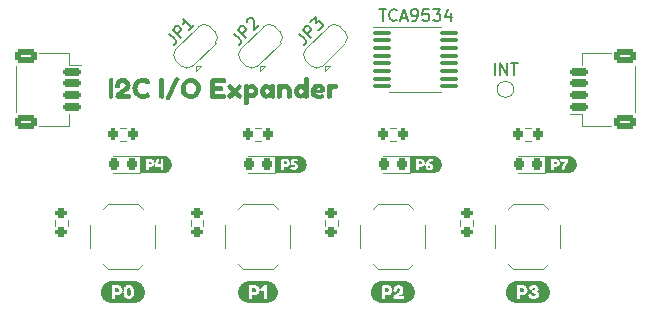
<source format=gto>
%TF.GenerationSoftware,KiCad,Pcbnew,7.0.7*%
%TF.CreationDate,2023-10-15T17:36:15+02:00*%
%TF.ProjectId,io_expander,696f5f65-7870-4616-9e64-65722e6b6963,1.1*%
%TF.SameCoordinates,PX3c8eee0PY3c8eee0*%
%TF.FileFunction,Legend,Top*%
%TF.FilePolarity,Positive*%
%FSLAX46Y46*%
G04 Gerber Fmt 4.6, Leading zero omitted, Abs format (unit mm)*
G04 Created by KiCad (PCBNEW 7.0.7) date 2023-10-15 17:36:15*
%MOMM*%
%LPD*%
G01*
G04 APERTURE LIST*
G04 Aperture macros list*
%AMRoundRect*
0 Rectangle with rounded corners*
0 $1 Rounding radius*
0 $2 $3 $4 $5 $6 $7 $8 $9 X,Y pos of 4 corners*
0 Add a 4 corners polygon primitive as box body*
4,1,4,$2,$3,$4,$5,$6,$7,$8,$9,$2,$3,0*
0 Add four circle primitives for the rounded corners*
1,1,$1+$1,$2,$3*
1,1,$1+$1,$4,$5*
1,1,$1+$1,$6,$7*
1,1,$1+$1,$8,$9*
0 Add four rect primitives between the rounded corners*
20,1,$1+$1,$2,$3,$4,$5,0*
20,1,$1+$1,$4,$5,$6,$7,0*
20,1,$1+$1,$6,$7,$8,$9,0*
20,1,$1+$1,$8,$9,$2,$3,0*%
%AMRotRect*
0 Rectangle, with rotation*
0 The origin of the aperture is its center*
0 $1 length*
0 $2 width*
0 $3 Rotation angle, in degrees counterclockwise*
0 Add horizontal line*
21,1,$1,$2,0,0,$3*%
%AMFreePoly0*
4,1,19,0.550000,-0.750000,0.000000,-0.750000,0.000000,-0.744912,-0.071157,-0.744911,-0.207708,-0.704816,-0.327430,-0.627875,-0.420627,-0.520320,-0.479746,-0.390866,-0.500000,-0.250000,-0.500000,0.250000,-0.479746,0.390866,-0.420627,0.520320,-0.327430,0.627875,-0.207708,0.704816,-0.071157,0.744911,0.000000,0.744912,0.000000,0.750000,0.550000,0.750000,0.550000,-0.750000,0.550000,-0.750000,
$1*%
%AMFreePoly1*
4,1,19,0.000000,0.744912,0.071157,0.744911,0.207708,0.704816,0.327430,0.627875,0.420627,0.520320,0.479746,0.390866,0.500000,0.250000,0.500000,-0.250000,0.479746,-0.390866,0.420627,-0.520320,0.327430,-0.627875,0.207708,-0.704816,0.071157,-0.744911,0.000000,-0.744912,0.000000,-0.750000,-0.550000,-0.750000,-0.550000,0.750000,0.000000,0.750000,0.000000,0.744912,0.000000,0.744912,
$1*%
G04 Aperture macros list end*
%ADD10C,0.150000*%
%ADD11C,0.120000*%
%ADD12RoundRect,0.200000X0.200000X0.275000X-0.200000X0.275000X-0.200000X-0.275000X0.200000X-0.275000X0*%
%ADD13FreePoly0,45.000000*%
%ADD14RotRect,1.000000X1.500000X45.000000*%
%ADD15FreePoly1,45.000000*%
%ADD16R,1.700000X1.000000*%
%ADD17RoundRect,0.150000X-0.625000X0.150000X-0.625000X-0.150000X0.625000X-0.150000X0.625000X0.150000X0*%
%ADD18RoundRect,0.250000X-0.650000X0.350000X-0.650000X-0.350000X0.650000X-0.350000X0.650000X0.350000X0*%
%ADD19RoundRect,0.200000X-0.275000X0.200000X-0.275000X-0.200000X0.275000X-0.200000X0.275000X0.200000X0*%
%ADD20RoundRect,0.218750X0.218750X0.256250X-0.218750X0.256250X-0.218750X-0.256250X0.218750X-0.256250X0*%
%ADD21C,1.000000*%
%ADD22C,0.700000*%
%ADD23C,4.400000*%
%ADD24RoundRect,0.100000X-0.637500X-0.100000X0.637500X-0.100000X0.637500X0.100000X-0.637500X0.100000X0*%
%ADD25RoundRect,0.150000X0.625000X-0.150000X0.625000X0.150000X-0.625000X0.150000X-0.625000X-0.150000X0*%
%ADD26RoundRect,0.250000X0.650000X-0.350000X0.650000X0.350000X-0.650000X0.350000X-0.650000X-0.350000X0*%
G04 APERTURE END LIST*
D10*
X13739951Y-5430962D02*
X14245027Y-5936038D01*
X14245027Y-5936038D02*
X14312370Y-6070725D01*
X14312370Y-6070725D02*
X14312370Y-6205412D01*
X14312370Y-6205412D02*
X14245027Y-6340099D01*
X14245027Y-6340099D02*
X14177683Y-6407443D01*
X14783775Y-5801351D02*
X14076668Y-5094244D01*
X14076668Y-5094244D02*
X14346042Y-4824870D01*
X14346042Y-4824870D02*
X14447058Y-4791199D01*
X14447058Y-4791199D02*
X14514401Y-4791199D01*
X14514401Y-4791199D02*
X14615416Y-4824870D01*
X14615416Y-4824870D02*
X14716432Y-4925886D01*
X14716432Y-4925886D02*
X14750103Y-5026901D01*
X14750103Y-5026901D02*
X14750103Y-5094244D01*
X14750103Y-5094244D02*
X14716432Y-5195260D01*
X14716432Y-5195260D02*
X14447058Y-5464634D01*
X15861271Y-4723855D02*
X15457210Y-5127916D01*
X15659241Y-4925886D02*
X14952134Y-4218779D01*
X14952134Y-4218779D02*
X14985806Y-4387138D01*
X14985806Y-4387138D02*
X14985806Y-4521825D01*
X14985806Y-4521825D02*
X14952134Y-4622840D01*
X24739951Y-5430962D02*
X25245027Y-5936038D01*
X25245027Y-5936038D02*
X25312370Y-6070725D01*
X25312370Y-6070725D02*
X25312370Y-6205412D01*
X25312370Y-6205412D02*
X25245027Y-6340099D01*
X25245027Y-6340099D02*
X25177683Y-6407443D01*
X25783775Y-5801351D02*
X25076668Y-5094244D01*
X25076668Y-5094244D02*
X25346042Y-4824870D01*
X25346042Y-4824870D02*
X25447058Y-4791199D01*
X25447058Y-4791199D02*
X25514401Y-4791199D01*
X25514401Y-4791199D02*
X25615416Y-4824870D01*
X25615416Y-4824870D02*
X25716432Y-4925886D01*
X25716432Y-4925886D02*
X25750103Y-5026901D01*
X25750103Y-5026901D02*
X25750103Y-5094244D01*
X25750103Y-5094244D02*
X25716432Y-5195260D01*
X25716432Y-5195260D02*
X25447058Y-5464634D01*
X25716432Y-4454481D02*
X26154164Y-4016748D01*
X26154164Y-4016748D02*
X26187836Y-4521825D01*
X26187836Y-4521825D02*
X26288851Y-4420809D01*
X26288851Y-4420809D02*
X26389867Y-4387138D01*
X26389867Y-4387138D02*
X26457210Y-4387138D01*
X26457210Y-4387138D02*
X26558225Y-4420809D01*
X26558225Y-4420809D02*
X26726584Y-4589168D01*
X26726584Y-4589168D02*
X26760256Y-4690183D01*
X26760256Y-4690183D02*
X26760256Y-4757527D01*
X26760256Y-4757527D02*
X26726584Y-4858542D01*
X26726584Y-4858542D02*
X26524554Y-5060573D01*
X26524554Y-5060573D02*
X26423538Y-5094244D01*
X26423538Y-5094244D02*
X26356195Y-5094244D01*
X19239951Y-5430962D02*
X19745027Y-5936038D01*
X19745027Y-5936038D02*
X19812370Y-6070725D01*
X19812370Y-6070725D02*
X19812370Y-6205412D01*
X19812370Y-6205412D02*
X19745027Y-6340099D01*
X19745027Y-6340099D02*
X19677683Y-6407443D01*
X20283775Y-5801351D02*
X19576668Y-5094244D01*
X19576668Y-5094244D02*
X19846042Y-4824870D01*
X19846042Y-4824870D02*
X19947058Y-4791199D01*
X19947058Y-4791199D02*
X20014401Y-4791199D01*
X20014401Y-4791199D02*
X20115416Y-4824870D01*
X20115416Y-4824870D02*
X20216432Y-4925886D01*
X20216432Y-4925886D02*
X20250103Y-5026901D01*
X20250103Y-5026901D02*
X20250103Y-5094244D01*
X20250103Y-5094244D02*
X20216432Y-5195260D01*
X20216432Y-5195260D02*
X19947058Y-5464634D01*
X20317447Y-4488153D02*
X20317447Y-4420809D01*
X20317447Y-4420809D02*
X20351119Y-4319794D01*
X20351119Y-4319794D02*
X20519477Y-4151435D01*
X20519477Y-4151435D02*
X20620493Y-4117764D01*
X20620493Y-4117764D02*
X20687836Y-4117764D01*
X20687836Y-4117764D02*
X20788851Y-4151435D01*
X20788851Y-4151435D02*
X20856195Y-4218779D01*
X20856195Y-4218779D02*
X20923538Y-4353466D01*
X20923538Y-4353466D02*
X20923538Y-5161588D01*
X20923538Y-5161588D02*
X21361271Y-4723855D01*
X41322738Y-8963819D02*
X41322738Y-7963819D01*
X41798928Y-8963819D02*
X41798928Y-7963819D01*
X41798928Y-7963819D02*
X42370356Y-8963819D01*
X42370356Y-8963819D02*
X42370356Y-7963819D01*
X42703690Y-7963819D02*
X43275118Y-7963819D01*
X42989404Y-8963819D02*
X42989404Y-7963819D01*
X31539252Y-3366419D02*
X32110680Y-3366419D01*
X31824966Y-4366419D02*
X31824966Y-3366419D01*
X33015442Y-4271180D02*
X32967823Y-4318800D01*
X32967823Y-4318800D02*
X32824966Y-4366419D01*
X32824966Y-4366419D02*
X32729728Y-4366419D01*
X32729728Y-4366419D02*
X32586871Y-4318800D01*
X32586871Y-4318800D02*
X32491633Y-4223561D01*
X32491633Y-4223561D02*
X32444014Y-4128323D01*
X32444014Y-4128323D02*
X32396395Y-3937847D01*
X32396395Y-3937847D02*
X32396395Y-3794990D01*
X32396395Y-3794990D02*
X32444014Y-3604514D01*
X32444014Y-3604514D02*
X32491633Y-3509276D01*
X32491633Y-3509276D02*
X32586871Y-3414038D01*
X32586871Y-3414038D02*
X32729728Y-3366419D01*
X32729728Y-3366419D02*
X32824966Y-3366419D01*
X32824966Y-3366419D02*
X32967823Y-3414038D01*
X32967823Y-3414038D02*
X33015442Y-3461657D01*
X33396395Y-4080704D02*
X33872585Y-4080704D01*
X33301157Y-4366419D02*
X33634490Y-3366419D01*
X33634490Y-3366419D02*
X33967823Y-4366419D01*
X34348776Y-4366419D02*
X34539252Y-4366419D01*
X34539252Y-4366419D02*
X34634490Y-4318800D01*
X34634490Y-4318800D02*
X34682109Y-4271180D01*
X34682109Y-4271180D02*
X34777347Y-4128323D01*
X34777347Y-4128323D02*
X34824966Y-3937847D01*
X34824966Y-3937847D02*
X34824966Y-3556895D01*
X34824966Y-3556895D02*
X34777347Y-3461657D01*
X34777347Y-3461657D02*
X34729728Y-3414038D01*
X34729728Y-3414038D02*
X34634490Y-3366419D01*
X34634490Y-3366419D02*
X34444014Y-3366419D01*
X34444014Y-3366419D02*
X34348776Y-3414038D01*
X34348776Y-3414038D02*
X34301157Y-3461657D01*
X34301157Y-3461657D02*
X34253538Y-3556895D01*
X34253538Y-3556895D02*
X34253538Y-3794990D01*
X34253538Y-3794990D02*
X34301157Y-3890228D01*
X34301157Y-3890228D02*
X34348776Y-3937847D01*
X34348776Y-3937847D02*
X34444014Y-3985466D01*
X34444014Y-3985466D02*
X34634490Y-3985466D01*
X34634490Y-3985466D02*
X34729728Y-3937847D01*
X34729728Y-3937847D02*
X34777347Y-3890228D01*
X34777347Y-3890228D02*
X34824966Y-3794990D01*
X35729728Y-3366419D02*
X35253538Y-3366419D01*
X35253538Y-3366419D02*
X35205919Y-3842609D01*
X35205919Y-3842609D02*
X35253538Y-3794990D01*
X35253538Y-3794990D02*
X35348776Y-3747371D01*
X35348776Y-3747371D02*
X35586871Y-3747371D01*
X35586871Y-3747371D02*
X35682109Y-3794990D01*
X35682109Y-3794990D02*
X35729728Y-3842609D01*
X35729728Y-3842609D02*
X35777347Y-3937847D01*
X35777347Y-3937847D02*
X35777347Y-4175942D01*
X35777347Y-4175942D02*
X35729728Y-4271180D01*
X35729728Y-4271180D02*
X35682109Y-4318800D01*
X35682109Y-4318800D02*
X35586871Y-4366419D01*
X35586871Y-4366419D02*
X35348776Y-4366419D01*
X35348776Y-4366419D02*
X35253538Y-4318800D01*
X35253538Y-4318800D02*
X35205919Y-4271180D01*
X36110681Y-3366419D02*
X36729728Y-3366419D01*
X36729728Y-3366419D02*
X36396395Y-3747371D01*
X36396395Y-3747371D02*
X36539252Y-3747371D01*
X36539252Y-3747371D02*
X36634490Y-3794990D01*
X36634490Y-3794990D02*
X36682109Y-3842609D01*
X36682109Y-3842609D02*
X36729728Y-3937847D01*
X36729728Y-3937847D02*
X36729728Y-4175942D01*
X36729728Y-4175942D02*
X36682109Y-4271180D01*
X36682109Y-4271180D02*
X36634490Y-4318800D01*
X36634490Y-4318800D02*
X36539252Y-4366419D01*
X36539252Y-4366419D02*
X36253538Y-4366419D01*
X36253538Y-4366419D02*
X36158300Y-4318800D01*
X36158300Y-4318800D02*
X36110681Y-4271180D01*
X37586871Y-3699752D02*
X37586871Y-4366419D01*
X37348776Y-3318800D02*
X37110681Y-4033085D01*
X37110681Y-4033085D02*
X37729728Y-4033085D01*
D11*
%TO.C,R2*%
X21509758Y-14492500D02*
X21035242Y-14492500D01*
X21509758Y-13447500D02*
X21035242Y-13447500D01*
%TO.C,JP1*%
X14750063Y-8161701D02*
X14325799Y-7737437D01*
X15987500Y-8621320D02*
X16411764Y-8197056D01*
X14290444Y-6782843D02*
X16270343Y-4802944D01*
X15987500Y-8197056D02*
X15987500Y-8621320D01*
X15987500Y-8197056D02*
X16411764Y-8197056D01*
X17684556Y-6217157D02*
X15704657Y-8197056D01*
X17224937Y-4838299D02*
X17649201Y-5262563D01*
X14325800Y-6747488D02*
G75*
G03*
X14325800Y-7737436I494972J-494974D01*
G01*
X14750064Y-8161700D02*
G75*
G03*
X15740012Y-8161700I494974J494972D01*
G01*
X17224937Y-4838299D02*
G75*
G03*
X16234987Y-4838299I-494975J-494975D01*
G01*
X17649201Y-6252513D02*
G75*
G03*
X17649201Y-5262563I-494975J494975D01*
G01*
%TO.C,kibuzzard-6495A798*%
G36*
X35127711Y-16289655D02*
G01*
X35164541Y-16374110D01*
X35127711Y-16457930D01*
X35052781Y-16485870D01*
X34892761Y-16485870D01*
X34892761Y-16261080D01*
X35051511Y-16261080D01*
X35127711Y-16289655D01*
G37*
G36*
X35854786Y-16635730D02*
G01*
X35877011Y-16690340D01*
X35852563Y-16754158D01*
X35779221Y-16775430D01*
X35697941Y-16746220D01*
X35685876Y-16718280D01*
X35682701Y-16681450D01*
X35708736Y-16633825D01*
X35783666Y-16610330D01*
X35854786Y-16635730D01*
G37*
G36*
X36171732Y-15775262D02*
G01*
X36243400Y-15785893D01*
X36313682Y-15803497D01*
X36381899Y-15827906D01*
X36447395Y-15858883D01*
X36509540Y-15896132D01*
X36567735Y-15939292D01*
X36621419Y-15987948D01*
X36670075Y-16041632D01*
X36713235Y-16099826D01*
X36750483Y-16161971D01*
X36781460Y-16227467D01*
X36805869Y-16295685D01*
X36823474Y-16365966D01*
X36834105Y-16437635D01*
X36837660Y-16510000D01*
X36834105Y-16582365D01*
X36823474Y-16654034D01*
X36805869Y-16724315D01*
X36781460Y-16792533D01*
X36750483Y-16858029D01*
X36713235Y-16920174D01*
X36670075Y-16978368D01*
X36621419Y-17032052D01*
X36567735Y-17080708D01*
X36509540Y-17123868D01*
X36447395Y-17161117D01*
X36381899Y-17192094D01*
X36313682Y-17216503D01*
X36243400Y-17234107D01*
X36171732Y-17244738D01*
X36099366Y-17248293D01*
X36099261Y-17248293D01*
X35784301Y-17248293D01*
X34779731Y-17248293D01*
X34667971Y-17248293D01*
X34155340Y-17248293D01*
X34155340Y-16852900D01*
X34667971Y-16852900D01*
X34675591Y-16918940D01*
X34709246Y-16954182D01*
X34779731Y-16965930D01*
X34845136Y-16957357D01*
X34878791Y-16931640D01*
X34890856Y-16897985D01*
X34892761Y-16854170D01*
X34892761Y-16710660D01*
X35051511Y-16710660D01*
X35126017Y-16701629D01*
X35198831Y-16674536D01*
X35269951Y-16629380D01*
X35295962Y-16603980D01*
X35451561Y-16603980D01*
X35460874Y-16708896D01*
X35488814Y-16800124D01*
X35535381Y-16877665D01*
X35600292Y-16936579D01*
X35683265Y-16971927D01*
X35784301Y-16983710D01*
X35867203Y-16974114D01*
X35941498Y-16945328D01*
X36007186Y-16897350D01*
X36058338Y-16835120D01*
X36089030Y-16763577D01*
X36099261Y-16682720D01*
X36089312Y-16615622D01*
X36059467Y-16553180D01*
X36009726Y-16495395D01*
X35946014Y-16449181D01*
X35874259Y-16421453D01*
X35794461Y-16412210D01*
X35700481Y-16433800D01*
X35706831Y-16416020D01*
X35730326Y-16371570D01*
X35775411Y-16322040D01*
X35852246Y-16278860D01*
X35953211Y-16261080D01*
X36026871Y-16253460D01*
X36052271Y-16236950D01*
X36067511Y-16203930D01*
X36073861Y-16145510D01*
X36066241Y-16084550D01*
X36036396Y-16048355D01*
X35965911Y-16036290D01*
X35874445Y-16042792D01*
X35791057Y-16062300D01*
X35715746Y-16094812D01*
X35648512Y-16140328D01*
X35589356Y-16198850D01*
X35539749Y-16267074D01*
X35501167Y-16341700D01*
X35473608Y-16422726D01*
X35457072Y-16510152D01*
X35451561Y-16603980D01*
X35295962Y-16603980D01*
X35317258Y-16583184D01*
X35355041Y-16523335D01*
X35379806Y-16452691D01*
X35388061Y-16374110D01*
X35379806Y-16295370D01*
X35355041Y-16224250D01*
X35317258Y-16163925D01*
X35269951Y-16117570D01*
X35198972Y-16072414D01*
X35126582Y-16045321D01*
X35052781Y-16036290D01*
X34781001Y-16036290D01*
X34715596Y-16044862D01*
X34681941Y-16070580D01*
X34669876Y-16104235D01*
X34667971Y-16148050D01*
X34667971Y-16852900D01*
X34155340Y-16852900D01*
X34155340Y-15771707D01*
X34667971Y-15771707D01*
X36099261Y-15771707D01*
X36099366Y-15771707D01*
X36171732Y-15775262D01*
G37*
%TO.C,kibuzzard-6495A791*%
G36*
X46554853Y-16297910D02*
G01*
X46591683Y-16382365D01*
X46554853Y-16466185D01*
X46479923Y-16494125D01*
X46319903Y-16494125D01*
X46319903Y-16269335D01*
X46478653Y-16269335D01*
X46554853Y-16297910D01*
G37*
G36*
X47612035Y-15783477D02*
G01*
X47682902Y-15793989D01*
X47752398Y-15811397D01*
X47819852Y-15835533D01*
X47884617Y-15866164D01*
X47946066Y-15902995D01*
X48003610Y-15945673D01*
X48056694Y-15993785D01*
X48104806Y-16046869D01*
X48147484Y-16104412D01*
X48184315Y-16165862D01*
X48214946Y-16230626D01*
X48239082Y-16298081D01*
X48256490Y-16367577D01*
X48267002Y-16438444D01*
X48270517Y-16510000D01*
X48267002Y-16581556D01*
X48256490Y-16652423D01*
X48239082Y-16721919D01*
X48214946Y-16789374D01*
X48184315Y-16854138D01*
X48147484Y-16915588D01*
X48104806Y-16973131D01*
X48056694Y-17026215D01*
X48003610Y-17074327D01*
X47946066Y-17117005D01*
X47884617Y-17153836D01*
X47819852Y-17184467D01*
X47752398Y-17208603D01*
X47682902Y-17226011D01*
X47612035Y-17236523D01*
X47540479Y-17240038D01*
X47540373Y-17240038D01*
X47109843Y-17240038D01*
X46206873Y-17240038D01*
X46095113Y-17240038D01*
X45582483Y-17240038D01*
X45582483Y-16861155D01*
X46095113Y-16861155D01*
X46102733Y-16927195D01*
X46136388Y-16962437D01*
X46206873Y-16974185D01*
X46272278Y-16965613D01*
X46305933Y-16939895D01*
X46317998Y-16906240D01*
X46319903Y-16862425D01*
X46319903Y-16718915D01*
X46478653Y-16718915D01*
X46553160Y-16709884D01*
X46625973Y-16682791D01*
X46697093Y-16637635D01*
X46744401Y-16591439D01*
X46782183Y-16531590D01*
X46806948Y-16460946D01*
X46815203Y-16382365D01*
X46806948Y-16303625D01*
X46782183Y-16232505D01*
X46744401Y-16172180D01*
X46729496Y-16157575D01*
X46866003Y-16157575D01*
X46873623Y-16221075D01*
X46904103Y-16257905D01*
X46977763Y-16270605D01*
X47267323Y-16270605D01*
X47239383Y-16328390D01*
X47208586Y-16373792D01*
X47172073Y-16427450D01*
X47132703Y-16487934D01*
X47093333Y-16553815D01*
X47056821Y-16626999D01*
X47026023Y-16709390D01*
X47005068Y-16795274D01*
X46998083Y-16878935D01*
X46999988Y-16921480D01*
X47012053Y-16950055D01*
X47045708Y-16970375D01*
X47109843Y-16975455D01*
X47173978Y-16970375D01*
X47207633Y-16950690D01*
X47220333Y-16922750D01*
X47222873Y-16881475D01*
X47229858Y-16821785D01*
X47250813Y-16753205D01*
X47285738Y-16675735D01*
X47334633Y-16589375D01*
X47381464Y-16514762D01*
X47427978Y-16440785D01*
X47470999Y-16366649D01*
X47507353Y-16291560D01*
X47532118Y-16222186D01*
X47540373Y-16165195D01*
X47532753Y-16094075D01*
X47499098Y-16057880D01*
X47428613Y-16045815D01*
X46971413Y-16045815D01*
X46897753Y-16061055D01*
X46873623Y-16094075D01*
X46866003Y-16157575D01*
X46729496Y-16157575D01*
X46697093Y-16125825D01*
X46626114Y-16080669D01*
X46553724Y-16053576D01*
X46479923Y-16044545D01*
X46208143Y-16044545D01*
X46142738Y-16053117D01*
X46109083Y-16078835D01*
X46097018Y-16112490D01*
X46095113Y-16156305D01*
X46095113Y-16861155D01*
X45582483Y-16861155D01*
X45582483Y-15779962D01*
X46095113Y-15779962D01*
X47540373Y-15779962D01*
X47540479Y-15779962D01*
X47612035Y-15783477D01*
G37*
%TO.C,JP3*%
X25750063Y-8161701D02*
X25325799Y-7737437D01*
X26987500Y-8621320D02*
X27411764Y-8197056D01*
X25290444Y-6782843D02*
X27270343Y-4802944D01*
X26987500Y-8197056D02*
X26987500Y-8621320D01*
X26987500Y-8197056D02*
X27411764Y-8197056D01*
X28684556Y-6217157D02*
X26704657Y-8197056D01*
X28224937Y-4838299D02*
X28649201Y-5262563D01*
X25325800Y-6747488D02*
G75*
G03*
X25325800Y-7737436I494972J-494974D01*
G01*
X25750064Y-8161700D02*
G75*
G03*
X26740012Y-8161700I494974J494972D01*
G01*
X28224937Y-4838299D02*
G75*
G03*
X27234987Y-4838299I-494975J-494975D01*
G01*
X28649201Y-6252513D02*
G75*
G03*
X28649201Y-5262563I-494975J494975D01*
G01*
%TO.C,SW3*%
X29952500Y-21606000D02*
X29952500Y-23606000D01*
X31002500Y-20306000D02*
X31452500Y-19856000D01*
X31002500Y-24906000D02*
X31452500Y-25356000D01*
X31452500Y-19856000D02*
X33952500Y-19856000D01*
X31452500Y-25356000D02*
X33952500Y-25356000D01*
X34402500Y-20306000D02*
X33952500Y-19856000D01*
X34402500Y-24906000D02*
X33952500Y-25356000D01*
X35452500Y-21606000D02*
X35452500Y-23606000D01*
%TO.C,J1*%
X5277500Y-7050000D02*
X5277500Y-8100000D01*
X2777500Y-7050000D02*
X5277500Y-7050000D01*
X5277500Y-8100000D02*
X6267500Y-8100000D01*
X807500Y-8220000D02*
X807500Y-12100000D01*
X5277500Y-13270000D02*
X5277500Y-12220000D01*
X2777500Y-13270000D02*
X5277500Y-13270000D01*
%TO.C,R6*%
X16610000Y-21212742D02*
X16610000Y-21687258D01*
X15565000Y-21212742D02*
X15565000Y-21687258D01*
%TO.C,kibuzzard-6495A762*%
G36*
X12260091Y-16301085D02*
G01*
X12296921Y-16385540D01*
X12260091Y-16469360D01*
X12185161Y-16497300D01*
X12025141Y-16497300D01*
X12025141Y-16272510D01*
X12183891Y-16272510D01*
X12260091Y-16301085D01*
G37*
G36*
X13325079Y-15781581D02*
G01*
X13396131Y-15792121D01*
X13465808Y-15809574D01*
X13533439Y-15833773D01*
X13598372Y-15864484D01*
X13659982Y-15901411D01*
X13717676Y-15944200D01*
X13770898Y-15992438D01*
X13819136Y-16045660D01*
X13861925Y-16103354D01*
X13898853Y-16164964D01*
X13929564Y-16229897D01*
X13953762Y-16297528D01*
X13971216Y-16367205D01*
X13981755Y-16438257D01*
X13985280Y-16510000D01*
X13981755Y-16581743D01*
X13971216Y-16652795D01*
X13953762Y-16722472D01*
X13929564Y-16790103D01*
X13898853Y-16855036D01*
X13861925Y-16916646D01*
X13819136Y-16974340D01*
X13770898Y-17027562D01*
X13717676Y-17075800D01*
X13659982Y-17118589D01*
X13598372Y-17155516D01*
X13533439Y-17186227D01*
X13465808Y-17210426D01*
X13396131Y-17227879D01*
X13325079Y-17238419D01*
X13253336Y-17241943D01*
X13253231Y-17241943D01*
X13142741Y-17241943D01*
X11912111Y-17241943D01*
X11800351Y-17241943D01*
X11287720Y-17241943D01*
X11287720Y-16864330D01*
X11800351Y-16864330D01*
X11807971Y-16930370D01*
X11841626Y-16965612D01*
X11912111Y-16977360D01*
X11977516Y-16968788D01*
X12011171Y-16943070D01*
X12023236Y-16909415D01*
X12025141Y-16865600D01*
X12025141Y-16722090D01*
X12183891Y-16722090D01*
X12258397Y-16713059D01*
X12331211Y-16685966D01*
X12402331Y-16640810D01*
X12437446Y-16606520D01*
X12571241Y-16606520D01*
X12577591Y-16661130D01*
X12612198Y-16697325D01*
X12683001Y-16709390D01*
X13027171Y-16709390D01*
X13027171Y-16864330D01*
X13034791Y-16930370D01*
X13051301Y-16955770D01*
X13084321Y-16971010D01*
X13142741Y-16977360D01*
X13204336Y-16969740D01*
X13241166Y-16938625D01*
X13253231Y-16865600D01*
X13253231Y-16159480D01*
X13251326Y-16115030D01*
X13239261Y-16081375D01*
X13204971Y-16054705D01*
X13140836Y-16046450D01*
X13076066Y-16053435D01*
X13041141Y-16078200D01*
X13029076Y-16109950D01*
X13027171Y-16153130D01*
X13027171Y-16499840D01*
X12820161Y-16499840D01*
X12897631Y-16189960D01*
X12898901Y-16186150D01*
X12907791Y-16132810D01*
X12885566Y-16083915D01*
X12818891Y-16051530D01*
X12760471Y-16042640D01*
X12716656Y-16056610D01*
X12693796Y-16085820D01*
X12680461Y-16130270D01*
X12575051Y-16555720D01*
X12571241Y-16606520D01*
X12437446Y-16606520D01*
X12449638Y-16594614D01*
X12487421Y-16534765D01*
X12512186Y-16464121D01*
X12520441Y-16385540D01*
X12512186Y-16306800D01*
X12487421Y-16235680D01*
X12449638Y-16175355D01*
X12402331Y-16129000D01*
X12331352Y-16083844D01*
X12258962Y-16056751D01*
X12185161Y-16047720D01*
X11913381Y-16047720D01*
X11847976Y-16056293D01*
X11814321Y-16082010D01*
X11802256Y-16115665D01*
X11800351Y-16159480D01*
X11800351Y-16864330D01*
X11287720Y-16864330D01*
X11287720Y-15778057D01*
X11800351Y-15778057D01*
X13253231Y-15778057D01*
X13253336Y-15778057D01*
X13325079Y-15781581D01*
G37*
%TO.C,D1*%
X11327500Y-17245000D02*
X11327500Y-15775000D01*
X11327500Y-15775000D02*
X9042500Y-15775000D01*
X9042500Y-17245000D02*
X11327500Y-17245000D01*
%TO.C,R5*%
X5160000Y-21212742D02*
X5160000Y-21687258D01*
X4115000Y-21212742D02*
X4115000Y-21687258D01*
%TO.C,SW2*%
X18522500Y-21606000D02*
X18522500Y-23606000D01*
X19572500Y-20306000D02*
X20022500Y-19856000D01*
X19572500Y-24906000D02*
X20022500Y-25356000D01*
X20022500Y-19856000D02*
X22522500Y-19856000D01*
X20022500Y-25356000D02*
X22522500Y-25356000D01*
X22972500Y-20306000D02*
X22522500Y-19856000D01*
X22972500Y-24906000D02*
X22522500Y-25356000D01*
X24022500Y-21606000D02*
X24022500Y-23606000D01*
%TO.C,kibuzzard-6495A79F*%
G36*
X23715808Y-16290290D02*
G01*
X23752638Y-16374745D01*
X23715808Y-16458565D01*
X23640878Y-16486505D01*
X23480858Y-16486505D01*
X23480858Y-16261715D01*
X23639608Y-16261715D01*
X23715808Y-16290290D01*
G37*
G36*
X24721916Y-15773366D02*
G01*
X24793769Y-15784024D01*
X24864232Y-15801674D01*
X24932625Y-15826146D01*
X24998291Y-15857203D01*
X25060596Y-15894548D01*
X25118941Y-15937819D01*
X25172763Y-15986601D01*
X25221545Y-16040423D01*
X25264816Y-16098768D01*
X25302161Y-16161073D01*
X25333218Y-16226738D01*
X25357689Y-16295132D01*
X25375339Y-16365594D01*
X25385998Y-16437448D01*
X25389562Y-16510000D01*
X25385998Y-16582552D01*
X25375339Y-16654406D01*
X25357689Y-16724868D01*
X25333218Y-16793262D01*
X25302161Y-16858927D01*
X25264816Y-16921232D01*
X25221545Y-16979577D01*
X25172763Y-17033399D01*
X25118941Y-17082181D01*
X25060596Y-17125452D01*
X24998291Y-17162797D01*
X24932625Y-17193854D01*
X24864232Y-17218326D01*
X24793769Y-17235976D01*
X24721916Y-17246634D01*
X24649364Y-17250198D01*
X24649258Y-17250198D01*
X24330488Y-17250198D01*
X23367828Y-17250198D01*
X23256068Y-17250198D01*
X22743438Y-17250198D01*
X22743438Y-16853535D01*
X23256068Y-16853535D01*
X23263688Y-16919575D01*
X23297343Y-16954817D01*
X23367828Y-16966565D01*
X23433233Y-16957993D01*
X23466888Y-16932275D01*
X23478953Y-16898620D01*
X23480858Y-16854805D01*
X23480858Y-16816705D01*
X24026958Y-16816705D01*
X24075218Y-16892905D01*
X24085378Y-16901795D01*
X24117128Y-16925925D01*
X24183168Y-16959086D01*
X24254288Y-16978983D01*
X24330488Y-16985615D01*
X24416142Y-16975102D01*
X24491919Y-16943564D01*
X24557818Y-16891000D01*
X24608618Y-16823831D01*
X24639098Y-16748478D01*
X24649258Y-16664940D01*
X24638534Y-16581826D01*
X24606360Y-16507742D01*
X24552738Y-16442690D01*
X24485710Y-16392243D01*
X24413320Y-16361974D01*
X24335568Y-16351885D01*
X24291118Y-16354425D01*
X24303818Y-16257905D01*
X24526068Y-16257905D01*
X24567343Y-16256000D01*
X24598458Y-16243935D01*
X24622271Y-16212502D01*
X24630208Y-16151225D01*
X24621636Y-16083915D01*
X24595918Y-16049625D01*
X24562898Y-16037560D01*
X24518448Y-16035655D01*
X24399068Y-16035655D01*
X24206028Y-16034385D01*
X24154593Y-16046450D01*
X24121573Y-16073755D01*
X24103158Y-16108045D01*
X24094268Y-16134715D01*
X24086966Y-16187420D01*
X24067598Y-16330295D01*
X24048548Y-16475392D01*
X24042198Y-16534765D01*
X24056168Y-16565880D01*
X24115223Y-16604615D01*
X24195233Y-16628745D01*
X24264448Y-16599535D01*
X24325408Y-16576675D01*
X24393353Y-16601440D01*
X24423198Y-16668750D01*
X24395893Y-16735425D01*
X24312073Y-16759555D01*
X24232698Y-16732885D01*
X24147608Y-16692245D01*
X24073948Y-16734155D01*
X24026958Y-16816705D01*
X23480858Y-16816705D01*
X23480858Y-16711295D01*
X23639608Y-16711295D01*
X23714115Y-16702264D01*
X23786928Y-16675171D01*
X23858048Y-16630015D01*
X23905356Y-16583819D01*
X23943138Y-16523970D01*
X23967903Y-16453326D01*
X23976158Y-16374745D01*
X23967903Y-16296005D01*
X23943138Y-16224885D01*
X23905356Y-16164560D01*
X23858048Y-16118205D01*
X23787069Y-16073049D01*
X23714679Y-16045956D01*
X23640878Y-16036925D01*
X23369098Y-16036925D01*
X23303693Y-16045498D01*
X23270038Y-16071215D01*
X23257973Y-16104870D01*
X23256068Y-16148685D01*
X23256068Y-16853535D01*
X22743438Y-16853535D01*
X22743438Y-15769802D01*
X23256068Y-15769802D01*
X24649258Y-15769802D01*
X24649364Y-15769802D01*
X24721916Y-15773366D01*
G37*
%TO.C,D4*%
X45617500Y-17245000D02*
X45617500Y-15775000D01*
X45617500Y-15775000D02*
X43332500Y-15775000D01*
X43332500Y-17245000D02*
X45617500Y-17245000D01*
%TO.C,R7*%
X28010000Y-21212742D02*
X28010000Y-21687258D01*
X26965000Y-21212742D02*
X26965000Y-21687258D01*
%TO.C,JP2*%
X20250063Y-8161701D02*
X19825799Y-7737437D01*
X21487500Y-8621320D02*
X21911764Y-8197056D01*
X19790444Y-6782843D02*
X21770343Y-4802944D01*
X21487500Y-8197056D02*
X21487500Y-8621320D01*
X21487500Y-8197056D02*
X21911764Y-8197056D01*
X23184556Y-6217157D02*
X21204657Y-8197056D01*
X22724937Y-4838299D02*
X23149201Y-5262563D01*
X19825800Y-6747488D02*
G75*
G03*
X19825800Y-7737436I494972J-494974D01*
G01*
X20250064Y-8161700D02*
G75*
G03*
X21240012Y-8161700I494974J494972D01*
G01*
X22724937Y-4838299D02*
G75*
G03*
X21734987Y-4838299I-494975J-494975D01*
G01*
X23149201Y-6252513D02*
G75*
G03*
X23149201Y-5262563I-494975J494975D01*
G01*
%TO.C,TP1*%
X42927500Y-10160000D02*
G75*
G03*
X42927500Y-10160000I-700000J0D01*
G01*
%TO.C,D2*%
X22757500Y-17245000D02*
X22757500Y-15775000D01*
X22757500Y-15775000D02*
X20472500Y-15775000D01*
X20472500Y-17245000D02*
X22757500Y-17245000D01*
%TO.C,kibuzzard-6495A748*%
G36*
X43774519Y-27038300D02*
G01*
X43820556Y-27143869D01*
X43774519Y-27248644D01*
X43680856Y-27283569D01*
X43480831Y-27283569D01*
X43480831Y-27002581D01*
X43679269Y-27002581D01*
X43774519Y-27038300D01*
G37*
G36*
X45156601Y-26377888D02*
G01*
X45247034Y-26391302D01*
X45335717Y-26413516D01*
X45421796Y-26444316D01*
X45504441Y-26483404D01*
X45582857Y-26530405D01*
X45656288Y-26584865D01*
X45724028Y-26646261D01*
X45785423Y-26714001D01*
X45839884Y-26787432D01*
X45886885Y-26865848D01*
X45925973Y-26948493D01*
X45956772Y-27034571D01*
X45978986Y-27123254D01*
X45992401Y-27213687D01*
X45996886Y-27305000D01*
X45992401Y-27396313D01*
X45978986Y-27486746D01*
X45956772Y-27575429D01*
X45925973Y-27661507D01*
X45886885Y-27744152D01*
X45839884Y-27822568D01*
X45785423Y-27895999D01*
X45724028Y-27963739D01*
X45656288Y-28025135D01*
X45582857Y-28079595D01*
X45504441Y-28126596D01*
X45421796Y-28165684D01*
X45335717Y-28196484D01*
X45247034Y-28218698D01*
X45156601Y-28232112D01*
X45065289Y-28236598D01*
X45065156Y-28236598D01*
X44619069Y-28236598D01*
X43339544Y-28236598D01*
X43199844Y-28236598D01*
X43199711Y-28236598D01*
X43108399Y-28232112D01*
X43017966Y-28218698D01*
X42929283Y-28196484D01*
X42843204Y-28165684D01*
X42760559Y-28126596D01*
X42682143Y-28079595D01*
X42608712Y-28025135D01*
X42540972Y-27963739D01*
X42479577Y-27895999D01*
X42425116Y-27822568D01*
X42378115Y-27744152D01*
X42377266Y-27742356D01*
X43199844Y-27742356D01*
X43209369Y-27824906D01*
X43251438Y-27868959D01*
X43339544Y-27883644D01*
X43421300Y-27872928D01*
X43463369Y-27840781D01*
X43478450Y-27798713D01*
X43480831Y-27743944D01*
X43480831Y-27564556D01*
X43679269Y-27564556D01*
X43772402Y-27553267D01*
X43810326Y-27539156D01*
X44179331Y-27539156D01*
X44196794Y-27624881D01*
X44199969Y-27640756D01*
X44217431Y-27682031D01*
X44256722Y-27745134D01*
X44301569Y-27794744D01*
X44393291Y-27856480D01*
X44499124Y-27893522D01*
X44619069Y-27905869D01*
X44739895Y-27893610D01*
X44846258Y-27856833D01*
X44938156Y-27795537D01*
X45008712Y-27715369D01*
X45051045Y-27621971D01*
X45065156Y-27515344D01*
X45052059Y-27434381D01*
X45012769Y-27362944D01*
X44962763Y-27311350D01*
X44915931Y-27277219D01*
X44915931Y-27266106D01*
X44984723Y-27216276D01*
X45025998Y-27149337D01*
X45039756Y-27065287D01*
X45027233Y-26975770D01*
X44989662Y-26892426D01*
X44927044Y-26815256D01*
X44842730Y-26753520D01*
X44740072Y-26716478D01*
X44619069Y-26704131D01*
X44540289Y-26709687D01*
X44469050Y-26726356D01*
X44364275Y-26775569D01*
X44298394Y-26838275D01*
X44263469Y-26888281D01*
X44226956Y-26996231D01*
X44246800Y-27052984D01*
X44306331Y-27102594D01*
X44393644Y-27131169D01*
X44453969Y-27111325D01*
X44498419Y-27051794D01*
X44507944Y-27032744D01*
X44549219Y-26994644D01*
X44638913Y-26975594D01*
X44727019Y-27005756D01*
X44758769Y-27069256D01*
X44728606Y-27115691D01*
X44638119Y-27131169D01*
X44555569Y-27139106D01*
X44511516Y-27182366D01*
X44496831Y-27270869D01*
X44507547Y-27352228D01*
X44539694Y-27393106D01*
X44580969Y-27408981D01*
X44653200Y-27412156D01*
X44745275Y-27444700D01*
X44784169Y-27520106D01*
X44744481Y-27597100D01*
X44693681Y-27622698D01*
X44620656Y-27631231D01*
X44553981Y-27621706D01*
X44466669Y-27545506D01*
X44419044Y-27462956D01*
X44334906Y-27447081D01*
X44218225Y-27470100D01*
X44179331Y-27539156D01*
X43810326Y-27539156D01*
X43863419Y-27519401D01*
X43952319Y-27462956D01*
X44011453Y-27405211D01*
X44058681Y-27330400D01*
X44089638Y-27242095D01*
X44099956Y-27143869D01*
X44089638Y-27045444D01*
X44058681Y-26956544D01*
X44011453Y-26881137D01*
X43952319Y-26823194D01*
X43863595Y-26766749D01*
X43773108Y-26732883D01*
X43680856Y-26721594D01*
X43341131Y-26721594D01*
X43259375Y-26732309D01*
X43217306Y-26764456D01*
X43202225Y-26806525D01*
X43199844Y-26861294D01*
X43199844Y-27742356D01*
X42377266Y-27742356D01*
X42339027Y-27661507D01*
X42308228Y-27575429D01*
X42286014Y-27486746D01*
X42272599Y-27396313D01*
X42268114Y-27305000D01*
X42272599Y-27213687D01*
X42286014Y-27123254D01*
X42308228Y-27034571D01*
X42339027Y-26948493D01*
X42378115Y-26865848D01*
X42425116Y-26787432D01*
X42479577Y-26714001D01*
X42540972Y-26646261D01*
X42608712Y-26584865D01*
X42682143Y-26530405D01*
X42760559Y-26483404D01*
X42843204Y-26444316D01*
X42929283Y-26413516D01*
X43017966Y-26391302D01*
X43108399Y-26377888D01*
X43199711Y-26373402D01*
X43199844Y-26373402D01*
X45065156Y-26373402D01*
X45065289Y-26373402D01*
X45156601Y-26377888D01*
G37*
%TO.C,R4*%
X44369758Y-14492500D02*
X43895242Y-14492500D01*
X44369758Y-13447500D02*
X43895242Y-13447500D01*
%TO.C,U1*%
X34607500Y-4885000D02*
X31007500Y-4885000D01*
X34607500Y-4885000D02*
X36807500Y-4885000D01*
X34607500Y-10355000D02*
X32407500Y-10355000D01*
X34607500Y-10355000D02*
X36807500Y-10355000D01*
%TO.C,kibuzzard-6495A742*%
G36*
X32335787Y-27047031D02*
G01*
X32381825Y-27152600D01*
X32335787Y-27257375D01*
X32242125Y-27292300D01*
X32042100Y-27292300D01*
X32042100Y-27011313D01*
X32240537Y-27011313D01*
X32335787Y-27047031D01*
G37*
G36*
X33734477Y-26386577D02*
G01*
X33824062Y-26399866D01*
X33911914Y-26421872D01*
X33997186Y-26452382D01*
X34079056Y-26491104D01*
X34156737Y-26537664D01*
X34229480Y-26591614D01*
X34296585Y-26652435D01*
X34357405Y-26719540D01*
X34411355Y-26792283D01*
X34457916Y-26869964D01*
X34496637Y-26951834D01*
X34527148Y-27037106D01*
X34549154Y-27124958D01*
X34562443Y-27214543D01*
X34566886Y-27305000D01*
X34562443Y-27395457D01*
X34549154Y-27485042D01*
X34527148Y-27572894D01*
X34496637Y-27658166D01*
X34457916Y-27740036D01*
X34411355Y-27817717D01*
X34357405Y-27890460D01*
X34296585Y-27957565D01*
X34229480Y-28018386D01*
X34156737Y-28072336D01*
X34079056Y-28118896D01*
X33997186Y-28157618D01*
X33911914Y-28188128D01*
X33824062Y-28210134D01*
X33734477Y-28223423D01*
X33644020Y-28227867D01*
X33643887Y-28227867D01*
X33501012Y-28227867D01*
X31900812Y-28227867D01*
X31761112Y-28227867D01*
X31760980Y-28227867D01*
X31670523Y-28223423D01*
X31580938Y-28210134D01*
X31493086Y-28188128D01*
X31407814Y-28157618D01*
X31325944Y-28118896D01*
X31248263Y-28072336D01*
X31175520Y-28018386D01*
X31108415Y-27957565D01*
X31047595Y-27890460D01*
X30993645Y-27817717D01*
X30953708Y-27751088D01*
X31761112Y-27751088D01*
X31770637Y-27833638D01*
X31812706Y-27877691D01*
X31900812Y-27892375D01*
X31982569Y-27881659D01*
X32024637Y-27849513D01*
X32039719Y-27807444D01*
X32042031Y-27754263D01*
X32740600Y-27754263D01*
X32781875Y-27854275D01*
X32880300Y-27897138D01*
X33501012Y-27897138D01*
X33599437Y-27878088D01*
X33633569Y-27836813D01*
X33643887Y-27756644D01*
X33634362Y-27675681D01*
X33597056Y-27629644D01*
X33504187Y-27614563D01*
X33213675Y-27614563D01*
X33213675Y-27606625D01*
X33253362Y-27590750D01*
X33351787Y-27537172D01*
X33462912Y-27449463D01*
X33514506Y-27392313D01*
X33558162Y-27319288D01*
X33587928Y-27235944D01*
X33597850Y-27147838D01*
X33584621Y-27038741D01*
X33544933Y-26937935D01*
X33478787Y-26845419D01*
X33391387Y-26771776D01*
X33287935Y-26727591D01*
X33168431Y-26712862D01*
X33049016Y-26727415D01*
X32945828Y-26771071D01*
X32858869Y-26843831D01*
X32793164Y-26934936D01*
X32753741Y-27033626D01*
X32740600Y-27139900D01*
X32748537Y-27220863D01*
X32791797Y-27266106D01*
X32880300Y-27281188D01*
X32961262Y-27271663D01*
X33004125Y-27243088D01*
X33019206Y-27203400D01*
X33021587Y-27151013D01*
X33021587Y-27141488D01*
X33027937Y-27104975D01*
X33070006Y-27031156D01*
X33158112Y-26993850D01*
X33237487Y-27008138D01*
X33279556Y-27039094D01*
X33304162Y-27081956D01*
X33315275Y-27122438D01*
X33300392Y-27191891D01*
X33255744Y-27257375D01*
X33190061Y-27317502D01*
X33112075Y-27370881D01*
X33027937Y-27421284D01*
X32943800Y-27472481D01*
X32865814Y-27529234D01*
X32800131Y-27596306D01*
X32755483Y-27671911D01*
X32740600Y-27754263D01*
X32042031Y-27754263D01*
X32042100Y-27752675D01*
X32042100Y-27573288D01*
X32240537Y-27573288D01*
X32333671Y-27561999D01*
X32424687Y-27528132D01*
X32513587Y-27471688D01*
X32572722Y-27413942D01*
X32619950Y-27339131D01*
X32650906Y-27250827D01*
X32661225Y-27152600D01*
X32650906Y-27054175D01*
X32619950Y-26965275D01*
X32572722Y-26889869D01*
X32513587Y-26831925D01*
X32424864Y-26775481D01*
X32334376Y-26741614D01*
X32242125Y-26730325D01*
X31902400Y-26730325D01*
X31820644Y-26741041D01*
X31778575Y-26773188D01*
X31763494Y-26815256D01*
X31761112Y-26870025D01*
X31761112Y-27751088D01*
X30953708Y-27751088D01*
X30947084Y-27740036D01*
X30908363Y-27658166D01*
X30877852Y-27572894D01*
X30855846Y-27485042D01*
X30842557Y-27395457D01*
X30838114Y-27305000D01*
X30842557Y-27214543D01*
X30855846Y-27124958D01*
X30877852Y-27037106D01*
X30908363Y-26951834D01*
X30947084Y-26869964D01*
X30993645Y-26792283D01*
X31047595Y-26719540D01*
X31108415Y-26652435D01*
X31175520Y-26591614D01*
X31248263Y-26537664D01*
X31325944Y-26491104D01*
X31407814Y-26452382D01*
X31493086Y-26421872D01*
X31580938Y-26399866D01*
X31670523Y-26386577D01*
X31760980Y-26382133D01*
X31761112Y-26382133D01*
X33643887Y-26382133D01*
X33644020Y-26382133D01*
X33734477Y-26386577D01*
G37*
%TO.C,R1*%
X10079758Y-14492500D02*
X9605242Y-14492500D01*
X10079758Y-13447500D02*
X9605242Y-13447500D01*
%TO.C,kibuzzard-6495A825*%
G36*
X14509353Y-9122569D02*
G01*
X14605794Y-9187458D01*
X14637941Y-9258300D01*
X14604603Y-9377362D01*
X13840222Y-10965656D01*
X13810456Y-11025188D01*
X13774737Y-11062097D01*
X13709253Y-11079956D01*
X13590191Y-11044238D01*
X13484225Y-10981134D01*
X13456841Y-10920413D01*
X13485416Y-10801350D01*
X14252178Y-9198769D01*
X14333141Y-9093994D01*
X14389100Y-9084469D01*
X14509353Y-9122569D01*
G37*
G36*
X8967589Y-9223177D02*
G01*
X9032478Y-9289256D01*
X9044384Y-9413081D01*
X9044384Y-10737056D01*
X9040812Y-10820400D01*
X9018191Y-10882312D01*
X8955087Y-10930533D01*
X8832453Y-10946606D01*
X8700294Y-10923984D01*
X8637191Y-10856119D01*
X8622903Y-10734675D01*
X8622903Y-9410700D01*
X8626475Y-9328547D01*
X8649097Y-9265444D01*
X8712200Y-9217223D01*
X8834834Y-9201150D01*
X8967589Y-9223177D01*
G37*
G36*
X13249077Y-9223177D02*
G01*
X13313966Y-9289256D01*
X13325872Y-9413081D01*
X13325872Y-10737056D01*
X13322300Y-10820400D01*
X13299678Y-10882312D01*
X13236575Y-10930533D01*
X13113941Y-10946606D01*
X12981781Y-10923984D01*
X12918678Y-10856119D01*
X12904391Y-10734675D01*
X12904391Y-9410700D01*
X12907962Y-9328547D01*
X12930584Y-9265444D01*
X12993687Y-9217223D01*
X13116322Y-9201150D01*
X13249077Y-9223177D01*
G37*
G36*
X19869547Y-9758362D02*
G01*
X19955272Y-9904809D01*
X19869547Y-10051256D01*
X19605228Y-10317956D01*
X19869547Y-10584656D01*
X19955272Y-10731103D01*
X19869547Y-10876359D01*
X19724291Y-10960894D01*
X19579034Y-10875169D01*
X19317097Y-10610850D01*
X19052778Y-10875169D01*
X18908712Y-10960894D01*
X18763456Y-10876359D01*
X18676541Y-10731103D01*
X18762266Y-10584656D01*
X19026584Y-10317956D01*
X18762266Y-10051256D01*
X18676541Y-9904809D01*
X18763456Y-9758362D01*
X18908712Y-9672637D01*
X19052778Y-9758362D01*
X19317097Y-10025062D01*
X19579034Y-9758362D01*
X19724291Y-9672637D01*
X19869547Y-9758362D01*
G37*
G36*
X27891978Y-9685734D02*
G01*
X27975322Y-9705975D01*
X28050331Y-9754791D01*
X28080097Y-9865519D01*
X28034853Y-10032206D01*
X27903884Y-10122694D01*
X27821731Y-10103644D01*
X27718147Y-10084594D01*
X27597894Y-10129838D01*
X27541934Y-10239375D01*
X27541934Y-10739437D01*
X27538363Y-10821591D01*
X27515741Y-10884694D01*
X27451447Y-10931128D01*
X27330003Y-10946606D01*
X27165697Y-10906125D01*
X27122834Y-10803731D01*
X27122834Y-10734675D01*
X27122834Y-9898856D01*
X27126406Y-9816703D01*
X27146647Y-9755981D01*
X27209750Y-9707761D01*
X27332384Y-9691688D01*
X27448470Y-9705380D01*
X27510978Y-9746456D01*
X27537172Y-9825037D01*
X27571700Y-9784556D01*
X27668141Y-9720263D01*
X27797919Y-9679781D01*
X27891978Y-9685734D01*
G37*
G36*
X18453894Y-9204722D02*
G01*
X18516997Y-9227344D01*
X18565217Y-9290447D01*
X18581291Y-9413081D01*
X18559264Y-9545241D01*
X18493184Y-9608344D01*
X18369359Y-9622631D01*
X17638316Y-9622631D01*
X17638316Y-9863137D01*
X18109803Y-9863137D01*
X18191956Y-9866709D01*
X18255059Y-9889331D01*
X18303280Y-9952434D01*
X18319353Y-10075069D01*
X18296731Y-10207228D01*
X18228866Y-10270331D01*
X18105041Y-10284619D01*
X17638316Y-10284619D01*
X17638316Y-10525125D01*
X18371741Y-10525125D01*
X18453894Y-10528697D01*
X18516997Y-10551319D01*
X18565217Y-10614422D01*
X18581291Y-10737056D01*
X18559264Y-10869216D01*
X18493184Y-10932319D01*
X18369359Y-10946606D01*
X17426384Y-10946606D01*
X17294225Y-10923984D01*
X17231122Y-10856119D01*
X17216834Y-10734675D01*
X17216834Y-9410700D01*
X17262078Y-9245203D01*
X17433528Y-9201150D01*
X18371741Y-9201150D01*
X18453894Y-9204722D01*
G37*
G36*
X23738946Y-9711928D02*
G01*
X23871105Y-9772650D01*
X23985538Y-9873853D01*
X24073511Y-10004160D01*
X24126296Y-10152195D01*
X24143891Y-10317956D01*
X24143891Y-10737056D01*
X24140319Y-10819209D01*
X24120078Y-10879931D01*
X24056975Y-10928152D01*
X23934341Y-10944225D01*
X23800991Y-10922198D01*
X23739078Y-10856119D01*
X23724791Y-10734675D01*
X23724791Y-10315575D01*
X23668831Y-10163175D01*
X23518812Y-10108406D01*
X23366412Y-10165556D01*
X23308072Y-10315575D01*
X23308072Y-10737056D01*
X23304500Y-10819209D01*
X23281878Y-10879931D01*
X23220561Y-10928152D01*
X23098522Y-10944225D01*
X22977673Y-10928152D01*
X22915166Y-10879931D01*
X22894925Y-10816828D01*
X22891353Y-10734675D01*
X22891353Y-9891713D01*
X22894925Y-9811941D01*
X22917547Y-9751219D01*
X22980055Y-9706570D01*
X23100903Y-9691688D01*
X23218180Y-9705380D01*
X23279497Y-9746456D01*
X23303309Y-9844087D01*
X23346172Y-9796462D01*
X23410466Y-9746456D01*
X23589059Y-9691688D01*
X23738946Y-9711928D01*
G37*
G36*
X22612747Y-9705975D02*
G01*
X22675850Y-9755981D01*
X22697281Y-9819084D01*
X22700853Y-9901238D01*
X22700853Y-10734675D01*
X22697281Y-10816828D01*
X22677041Y-10879931D01*
X22619593Y-10926366D01*
X22513925Y-10941844D01*
X22340094Y-10909697D01*
X22288897Y-10815637D01*
X22171323Y-10910292D01*
X22065059Y-10929287D01*
X21994813Y-10941844D01*
X21860801Y-10920942D01*
X21733404Y-10858235D01*
X21612622Y-10753725D01*
X21514726Y-10621566D01*
X21455989Y-10475912D01*
X21436848Y-10320337D01*
X21853128Y-10320337D01*
X21915041Y-10462022D01*
X22065059Y-10525125D01*
X22211506Y-10460831D01*
X22269847Y-10319147D01*
X22213888Y-10175081D01*
X22063869Y-10108406D01*
X21911469Y-10175081D01*
X21853128Y-10320337D01*
X21436848Y-10320337D01*
X21436409Y-10316766D01*
X21456121Y-10157751D01*
X21515255Y-10012495D01*
X21613813Y-9880997D01*
X21735918Y-9777148D01*
X21865696Y-9714839D01*
X22003147Y-9694069D01*
X22150784Y-9722644D01*
X22243653Y-9776222D01*
X22286516Y-9825037D01*
X22340689Y-9725025D01*
X22474634Y-9691688D01*
X22612747Y-9705975D01*
G37*
G36*
X20439856Y-9723834D02*
G01*
X20491053Y-9817894D01*
X20607437Y-9725025D01*
X20775613Y-9694069D01*
X20902745Y-9714442D01*
X21025379Y-9775560D01*
X21143516Y-9877425D01*
X21240089Y-10006277D01*
X21298032Y-10148358D01*
X21317347Y-10303669D01*
X21298165Y-10458979D01*
X21240618Y-10601060D01*
X21144706Y-10729912D01*
X21027099Y-10831777D01*
X20904465Y-10892896D01*
X20776803Y-10913269D01*
X20701794Y-10901076D01*
X20608330Y-10885884D01*
X20493434Y-10803731D01*
X20493434Y-11284744D01*
X20489863Y-11365706D01*
X20468431Y-11426428D01*
X20407709Y-11475244D01*
X20291028Y-11489531D01*
X20173156Y-11475244D01*
X20111244Y-11427619D01*
X20089812Y-11368088D01*
X20086241Y-11287125D01*
X20086241Y-10306050D01*
X20502959Y-10306050D01*
X20558919Y-10445353D01*
X20701794Y-10508456D01*
X20849431Y-10446544D01*
X20910153Y-10306050D01*
X20853003Y-10164366D01*
X20704175Y-10101263D01*
X20557728Y-10165556D01*
X20502959Y-10306050D01*
X20086241Y-10306050D01*
X20086241Y-9896475D01*
X20089812Y-9815512D01*
X20110053Y-9755981D01*
X20166608Y-9707761D01*
X20269597Y-9691688D01*
X20439856Y-9723834D01*
G37*
G36*
X25479772Y-9120187D02*
G01*
X25542875Y-9170194D01*
X25564306Y-9233297D01*
X25567878Y-9315450D01*
X25567878Y-10737056D01*
X25564306Y-10819209D01*
X25541684Y-10879931D01*
X25473521Y-10928152D01*
X25340469Y-10944225D01*
X25211584Y-10915055D01*
X25155922Y-10827544D01*
X25036264Y-10913269D01*
X24939228Y-10930713D01*
X24877316Y-10941844D01*
X24738674Y-10921074D01*
X24608499Y-10858765D01*
X24486791Y-10754916D01*
X24388895Y-10623418D01*
X24330157Y-10478161D01*
X24310725Y-10320337D01*
X24727297Y-10320337D01*
X24789209Y-10463212D01*
X24939228Y-10527506D01*
X25085675Y-10463212D01*
X25144016Y-10321528D01*
X25088056Y-10177463D01*
X24936847Y-10110788D01*
X24784447Y-10176272D01*
X24727297Y-10320337D01*
X24310725Y-10320337D01*
X24310578Y-10319147D01*
X24330290Y-10160000D01*
X24389424Y-10014347D01*
X24487981Y-9882188D01*
X24610086Y-9777677D01*
X24739865Y-9714971D01*
X24877316Y-9694069D01*
X25033883Y-9723834D01*
X25151159Y-9813131D01*
X25151159Y-9313069D01*
X25154731Y-9230916D01*
X25176163Y-9169003D01*
X25239266Y-9120187D01*
X25359519Y-9105900D01*
X25479772Y-9120187D01*
G37*
G36*
X26555799Y-9680079D02*
G01*
X26688256Y-9723834D01*
X26798687Y-9796760D01*
X26887091Y-9898856D01*
X26947813Y-10028337D01*
X26968053Y-10169128D01*
X26949896Y-10296525D01*
X26895425Y-10385822D01*
X26734691Y-10456069D01*
X26465609Y-10456069D01*
X26170334Y-10456069D01*
X26248916Y-10567988D01*
X26406078Y-10613231D01*
X26529308Y-10606088D01*
X26622772Y-10584656D01*
X26648966Y-10575131D01*
X26744216Y-10548938D01*
X26875184Y-10656094D01*
X26906141Y-10765631D01*
X26874440Y-10858351D01*
X26779339Y-10924580D01*
X26620837Y-10964317D01*
X26398934Y-10977563D01*
X26232545Y-10962382D01*
X26085800Y-10916841D01*
X25964059Y-10846296D01*
X25872678Y-10756106D01*
X25789334Y-10622492D01*
X25739328Y-10478823D01*
X25722659Y-10325100D01*
X25732562Y-10239375D01*
X26165572Y-10239375D01*
X26465609Y-10239375D01*
X26556097Y-10163175D01*
X26514425Y-10075069D01*
X26395363Y-10041731D01*
X26241772Y-10104834D01*
X26165572Y-10239375D01*
X25732562Y-10239375D01*
X25744223Y-10138436D01*
X25808914Y-9978496D01*
X25916731Y-9845278D01*
X26056828Y-9745398D01*
X26218356Y-9685470D01*
X26401316Y-9665494D01*
X26555799Y-9680079D01*
G37*
G36*
X11671796Y-9193113D02*
G01*
X11786394Y-9219009D01*
X11961416Y-9289256D01*
X12018566Y-9322594D01*
X12085241Y-9365456D01*
X12147153Y-9478566D01*
X12097147Y-9610725D01*
X12009041Y-9707166D01*
X11930459Y-9739312D01*
X11809016Y-9686925D01*
X11692334Y-9626203D01*
X11542316Y-9605962D01*
X11388725Y-9632752D01*
X11237516Y-9713119D01*
X11118453Y-9860756D01*
X11082734Y-9962257D01*
X11070828Y-10076259D01*
X11082734Y-10190262D01*
X11118453Y-10291762D01*
X11239897Y-10441781D01*
X11388130Y-10520363D01*
X11542316Y-10546556D01*
X11681619Y-10527506D01*
X11775678Y-10489406D01*
X11818541Y-10458450D01*
X11932841Y-10410825D01*
X12009636Y-10444162D01*
X12092384Y-10544175D01*
X12144772Y-10677525D01*
X12112625Y-10760869D01*
X12037616Y-10820400D01*
X11955462Y-10870406D01*
X11794728Y-10932319D01*
X11675368Y-10960894D01*
X11560175Y-10970419D01*
X11446470Y-10962977D01*
X11331575Y-10940653D01*
X11214298Y-10900767D01*
X11093450Y-10840641D01*
X10977066Y-10762655D01*
X10873184Y-10669191D01*
X10784185Y-10553700D01*
X10712450Y-10409634D01*
X10665123Y-10244435D01*
X10649347Y-10065544D01*
X10664825Y-9888438D01*
X10711259Y-9728597D01*
X10781804Y-9590484D01*
X10869612Y-9478566D01*
X10972899Y-9387780D01*
X11089878Y-9313069D01*
X11245718Y-9241631D01*
X11402086Y-9198769D01*
X11558984Y-9184481D01*
X11671796Y-9193113D01*
G37*
G36*
X10020168Y-9197049D02*
G01*
X10175346Y-9263327D01*
X10306447Y-9373791D01*
X10405666Y-9512565D01*
X10465197Y-9663774D01*
X10485041Y-9827419D01*
X10470158Y-9959578D01*
X10425509Y-10084594D01*
X10360025Y-10194131D01*
X10282634Y-10279856D01*
X10115947Y-10411420D01*
X9968309Y-10491787D01*
X9908778Y-10515600D01*
X9908778Y-10527506D01*
X10344547Y-10527506D01*
X10483850Y-10550128D01*
X10539809Y-10619184D01*
X10554097Y-10740628D01*
X10538619Y-10860881D01*
X10487422Y-10922794D01*
X10339784Y-10951369D01*
X9408716Y-10951369D01*
X9261078Y-10887075D01*
X9199166Y-10737056D01*
X9221490Y-10613529D01*
X9288462Y-10500122D01*
X9386987Y-10399514D01*
X9503966Y-10314384D01*
X9630172Y-10237589D01*
X9756378Y-10161984D01*
X9873357Y-10081915D01*
X9971881Y-9991725D01*
X10038854Y-9893498D01*
X10061178Y-9789319D01*
X10044509Y-9728597D01*
X10007600Y-9664303D01*
X9944497Y-9617869D01*
X9825434Y-9596437D01*
X9693275Y-9652397D01*
X9630172Y-9763125D01*
X9620647Y-9817894D01*
X9620647Y-9832181D01*
X9617075Y-9910763D01*
X9594453Y-9970294D01*
X9530159Y-10013156D01*
X9408716Y-10027444D01*
X9275961Y-10004822D01*
X9211072Y-9936956D01*
X9199166Y-9815512D01*
X9218877Y-9656101D01*
X9278011Y-9508067D01*
X9376569Y-9371409D01*
X9507008Y-9262269D01*
X9661790Y-9196784D01*
X9840912Y-9174956D01*
X10020168Y-9197049D01*
G37*
G36*
X15758468Y-9195643D02*
G01*
X15917267Y-9243417D01*
X16064458Y-9323040D01*
X16200041Y-9434512D01*
X16313596Y-9569574D01*
X16394708Y-9719965D01*
X16443375Y-9885685D01*
X16459597Y-10066734D01*
X16444119Y-10248454D01*
X16397684Y-10416183D01*
X16320294Y-10569922D01*
X16211947Y-10709672D01*
X16080978Y-10825832D01*
X15935722Y-10908804D01*
X15776178Y-10958587D01*
X15602347Y-10975181D01*
X15597584Y-10974734D01*
X15428144Y-10958810D01*
X15267484Y-10909697D01*
X15120367Y-10827841D01*
X14986794Y-10713244D01*
X14875842Y-10576024D01*
X14796591Y-10426303D01*
X14749041Y-10264080D01*
X14733191Y-10089356D01*
X14734302Y-10077450D01*
X15154672Y-10077450D01*
X15169885Y-10209874D01*
X15215526Y-10324571D01*
X15291594Y-10421541D01*
X15436552Y-10520660D01*
X15597584Y-10553700D01*
X15758319Y-10521553D01*
X15902384Y-10425112D01*
X15977791Y-10329598D01*
X16023034Y-10214504D01*
X16038116Y-10079831D01*
X16022902Y-9944894D01*
X15977261Y-9829006D01*
X15901194Y-9732169D01*
X15756235Y-9633942D01*
X15595203Y-9601200D01*
X15434469Y-9634240D01*
X15290403Y-9733359D01*
X15214997Y-9830329D01*
X15169753Y-9945026D01*
X15154672Y-10077450D01*
X14734302Y-10077450D01*
X14751050Y-9897963D01*
X14804628Y-9719072D01*
X14887972Y-9560421D01*
X14995128Y-9429750D01*
X15123120Y-9325570D01*
X15268972Y-9246394D01*
X15426134Y-9196387D01*
X15588059Y-9179719D01*
X15758468Y-9195643D01*
G37*
%TO.C,SW1*%
X7092500Y-21606000D02*
X7092500Y-23606000D01*
X8142500Y-20306000D02*
X8592500Y-19856000D01*
X8142500Y-24906000D02*
X8592500Y-25356000D01*
X8592500Y-19856000D02*
X11092500Y-19856000D01*
X8592500Y-25356000D02*
X11092500Y-25356000D01*
X11542500Y-20306000D02*
X11092500Y-19856000D01*
X11542500Y-24906000D02*
X11092500Y-25356000D01*
X12592500Y-21606000D02*
X12592500Y-23606000D01*
%TO.C,R8*%
X39460000Y-21212742D02*
X39460000Y-21687258D01*
X38415000Y-21212742D02*
X38415000Y-21687258D01*
%TO.C,J2*%
X48697500Y-13270000D02*
X48697500Y-12220000D01*
X51197500Y-13270000D02*
X48697500Y-13270000D01*
X48697500Y-12220000D02*
X47707500Y-12220000D01*
X53167500Y-12100000D02*
X53167500Y-8220000D01*
X48697500Y-7050000D02*
X48697500Y-8100000D01*
X51197500Y-7050000D02*
X48697500Y-7050000D01*
%TO.C,kibuzzard-6495A738*%
G36*
X21085969Y-27039094D02*
G01*
X21132006Y-27144663D01*
X21085969Y-27249438D01*
X20992306Y-27284363D01*
X20792281Y-27284363D01*
X20792281Y-27003375D01*
X20990719Y-27003375D01*
X21085969Y-27039094D01*
G37*
G36*
X22123517Y-26394476D02*
G01*
X22212332Y-26407651D01*
X22299428Y-26429467D01*
X22383967Y-26459716D01*
X22465133Y-26498105D01*
X22542146Y-26544264D01*
X22614263Y-26597750D01*
X22680791Y-26658047D01*
X22741088Y-26724575D01*
X22794574Y-26796693D01*
X22840734Y-26873705D01*
X22879123Y-26954872D01*
X22909371Y-27039410D01*
X22931188Y-27126506D01*
X22944362Y-27215321D01*
X22948768Y-27305000D01*
X22944362Y-27394679D01*
X22931188Y-27483494D01*
X22909371Y-27570590D01*
X22879123Y-27655128D01*
X22840734Y-27736295D01*
X22794574Y-27813307D01*
X22741088Y-27885425D01*
X22680791Y-27951953D01*
X22614263Y-28012250D01*
X22542146Y-28065736D01*
X22465133Y-28111895D01*
X22383967Y-28150284D01*
X22299428Y-28180533D01*
X22212332Y-28202349D01*
X22123517Y-28215524D01*
X22033839Y-28219929D01*
X22033706Y-28219929D01*
X21892419Y-28219929D01*
X20650994Y-28219929D01*
X20511294Y-28219929D01*
X20511161Y-28219929D01*
X20421483Y-28215524D01*
X20332668Y-28202349D01*
X20245572Y-28180533D01*
X20161033Y-28150284D01*
X20079867Y-28111895D01*
X20002854Y-28065736D01*
X19930737Y-28012250D01*
X19864209Y-27951953D01*
X19803912Y-27885425D01*
X19750426Y-27813307D01*
X19708375Y-27743150D01*
X20511294Y-27743150D01*
X20520819Y-27825700D01*
X20562887Y-27869753D01*
X20650994Y-27884437D01*
X20732750Y-27873722D01*
X20774819Y-27841575D01*
X20789900Y-27799506D01*
X20792281Y-27744738D01*
X20792281Y-27565350D01*
X20990719Y-27565350D01*
X21083852Y-27554061D01*
X21174869Y-27520194D01*
X21263769Y-27463750D01*
X21322903Y-27406005D01*
X21370131Y-27331194D01*
X21401087Y-27242889D01*
X21411406Y-27144663D01*
X21406080Y-27093862D01*
X21474906Y-27093862D01*
X21524912Y-27192288D01*
X21620956Y-27247850D01*
X21732081Y-27198638D01*
X21752719Y-27179588D01*
X21752719Y-27746325D01*
X21755100Y-27804269D01*
X21770181Y-27847925D01*
X21812647Y-27878881D01*
X21892419Y-27889200D01*
X21974175Y-27878484D01*
X22016244Y-27846337D01*
X22031325Y-27804269D01*
X22033706Y-27749500D01*
X22033706Y-26865262D01*
X22025769Y-26781125D01*
X22003544Y-26746994D01*
X21962269Y-26728738D01*
X21886862Y-26720800D01*
X21797169Y-26762075D01*
X21792406Y-26765250D01*
X21532056Y-27000200D01*
X21474906Y-27093862D01*
X21406080Y-27093862D01*
X21401087Y-27046238D01*
X21370131Y-26957337D01*
X21322903Y-26881931D01*
X21263769Y-26823987D01*
X21175045Y-26767543D01*
X21084558Y-26733676D01*
X20992306Y-26722388D01*
X20652581Y-26722388D01*
X20570825Y-26733103D01*
X20528756Y-26765250D01*
X20513675Y-26807319D01*
X20511294Y-26862087D01*
X20511294Y-27743150D01*
X19708375Y-27743150D01*
X19704266Y-27736295D01*
X19665877Y-27655128D01*
X19635629Y-27570590D01*
X19613812Y-27483494D01*
X19600638Y-27394679D01*
X19596232Y-27305000D01*
X19600638Y-27215321D01*
X19613812Y-27126506D01*
X19635629Y-27039410D01*
X19665877Y-26954872D01*
X19704266Y-26873705D01*
X19750426Y-26796693D01*
X19803912Y-26724575D01*
X19864209Y-26658047D01*
X19930737Y-26597750D01*
X20002854Y-26544264D01*
X20079867Y-26498105D01*
X20161033Y-26459716D01*
X20245572Y-26429467D01*
X20332668Y-26407651D01*
X20421483Y-26394476D01*
X20511161Y-26390071D01*
X20511294Y-26390071D01*
X22033706Y-26390071D01*
X22033839Y-26390071D01*
X22123517Y-26394476D01*
G37*
%TO.C,R3*%
X32939758Y-14492500D02*
X32465242Y-14492500D01*
X32939758Y-13447500D02*
X32465242Y-13447500D01*
%TO.C,SW4*%
X41382500Y-21606000D02*
X41382500Y-23606000D01*
X42432500Y-20306000D02*
X42882500Y-19856000D01*
X42432500Y-24906000D02*
X42882500Y-25356000D01*
X42882500Y-19856000D02*
X45382500Y-19856000D01*
X42882500Y-25356000D02*
X45382500Y-25356000D01*
X45832500Y-20306000D02*
X45382500Y-19856000D01*
X45832500Y-24906000D02*
X45382500Y-25356000D01*
X46882500Y-21606000D02*
X46882500Y-23606000D01*
%TO.C,D3*%
X34187500Y-17245000D02*
X34187500Y-15775000D01*
X34187500Y-15775000D02*
X31902500Y-15775000D01*
X31902500Y-17245000D02*
X34187500Y-17245000D01*
%TO.C,kibuzzard-6495A71A*%
G36*
X9484519Y-27037506D02*
G01*
X9530556Y-27143075D01*
X9484519Y-27247850D01*
X9390856Y-27282775D01*
X9190831Y-27282775D01*
X9190831Y-27001788D01*
X9389269Y-27001788D01*
X9484519Y-27037506D01*
G37*
G36*
X10403086Y-27004268D02*
G01*
X10453688Y-27064097D01*
X10484048Y-27163812D01*
X10494169Y-27303413D01*
X10494169Y-27312938D01*
X10483949Y-27449066D01*
X10453291Y-27546300D01*
X10402193Y-27604641D01*
X10330656Y-27624088D01*
X10260509Y-27604095D01*
X10210403Y-27544117D01*
X10180340Y-27444154D01*
X10170319Y-27304206D01*
X10180439Y-27164258D01*
X10210800Y-27064295D01*
X10261402Y-27004318D01*
X10332244Y-26984325D01*
X10403086Y-27004268D01*
G37*
G36*
X10866679Y-26377098D02*
G01*
X10957189Y-26390524D01*
X11045948Y-26412757D01*
X11132099Y-26443582D01*
X11214815Y-26482704D01*
X11293298Y-26529745D01*
X11366792Y-26584252D01*
X11434589Y-26645700D01*
X11496037Y-26713497D01*
X11550544Y-26786991D01*
X11597585Y-26865474D01*
X11636706Y-26948189D01*
X11667532Y-27034341D01*
X11689765Y-27123099D01*
X11703190Y-27213610D01*
X11707680Y-27305000D01*
X11703190Y-27396390D01*
X11689765Y-27486901D01*
X11667532Y-27575659D01*
X11636706Y-27661811D01*
X11597585Y-27744526D01*
X11550544Y-27823009D01*
X11496037Y-27896503D01*
X11434589Y-27964300D01*
X11366792Y-28025748D01*
X11293298Y-28080255D01*
X11214815Y-28127296D01*
X11132099Y-28166418D01*
X11045948Y-28197243D01*
X10957189Y-28219476D01*
X10866679Y-28232902D01*
X10775289Y-28237392D01*
X10775156Y-28237392D01*
X10333831Y-28237392D01*
X9049544Y-28237392D01*
X8909844Y-28237392D01*
X8909711Y-28237392D01*
X8818321Y-28232902D01*
X8727811Y-28219476D01*
X8639052Y-28197243D01*
X8552901Y-28166418D01*
X8470185Y-28127296D01*
X8391702Y-28080255D01*
X8318208Y-28025749D01*
X8250411Y-27964300D01*
X8188963Y-27896503D01*
X8134456Y-27823009D01*
X8087415Y-27744526D01*
X8086014Y-27741563D01*
X8909844Y-27741563D01*
X8919369Y-27824113D01*
X8961438Y-27868166D01*
X9049544Y-27882850D01*
X9131300Y-27872134D01*
X9173369Y-27839988D01*
X9188450Y-27797919D01*
X9190831Y-27743150D01*
X9190831Y-27563763D01*
X9389269Y-27563763D01*
X9482402Y-27552474D01*
X9573419Y-27518607D01*
X9662319Y-27462163D01*
X9721453Y-27404417D01*
X9768681Y-27329606D01*
X9777864Y-27303413D01*
X9889331Y-27303413D01*
X9894447Y-27414714D01*
X9909792Y-27517901D01*
X9935369Y-27612975D01*
X9969698Y-27692747D01*
X10012363Y-27760613D01*
X10068322Y-27817564D01*
X10142538Y-27864594D01*
X10232033Y-27896145D01*
X10333831Y-27906663D01*
X10435233Y-27896344D01*
X10523538Y-27865388D01*
X10596364Y-27818556D01*
X10651331Y-27760613D01*
X10705505Y-27669034D01*
X10744200Y-27562572D01*
X10767417Y-27441227D01*
X10775156Y-27305000D01*
X10769865Y-27200049D01*
X10753990Y-27098978D01*
X10727531Y-27001788D01*
X10694392Y-26921619D01*
X10652125Y-26852563D01*
X10596563Y-26794222D01*
X10523538Y-26746200D01*
X10434836Y-26714053D01*
X10332244Y-26703337D01*
X10229255Y-26714252D01*
X10139363Y-26746994D01*
X10065345Y-26795809D01*
X10009981Y-26854944D01*
X9966127Y-26931342D01*
X9926638Y-27031950D01*
X9905912Y-27112207D01*
X9893476Y-27202694D01*
X9889331Y-27303413D01*
X9777864Y-27303413D01*
X9799638Y-27241302D01*
X9809956Y-27143075D01*
X9799638Y-27044650D01*
X9768681Y-26955750D01*
X9721453Y-26880344D01*
X9662319Y-26822400D01*
X9573595Y-26765956D01*
X9483108Y-26732089D01*
X9390856Y-26720800D01*
X9051131Y-26720800D01*
X8969375Y-26731516D01*
X8927306Y-26763663D01*
X8912225Y-26805731D01*
X8909844Y-26860500D01*
X8909844Y-27741563D01*
X8086014Y-27741563D01*
X8048294Y-27661811D01*
X8017468Y-27575659D01*
X7995235Y-27486901D01*
X7981810Y-27396390D01*
X7977320Y-27305000D01*
X7981810Y-27213610D01*
X7995235Y-27123099D01*
X8017468Y-27034341D01*
X8048294Y-26948189D01*
X8087415Y-26865474D01*
X8134456Y-26786991D01*
X8188963Y-26713497D01*
X8250411Y-26645700D01*
X8318208Y-26584251D01*
X8391702Y-26529745D01*
X8470185Y-26482704D01*
X8552901Y-26443582D01*
X8639052Y-26412757D01*
X8727811Y-26390524D01*
X8818321Y-26377098D01*
X8909711Y-26372608D01*
X8909844Y-26372608D01*
X10775156Y-26372608D01*
X10775289Y-26372608D01*
X10866679Y-26377098D01*
G37*
%TD*%
%LPC*%
D12*
%TO.C,R2*%
X22097500Y-13970000D03*
X20447500Y-13970000D03*
%TD*%
D13*
%TO.C,JP1*%
X15068261Y-7419239D03*
D14*
X15987500Y-6500000D03*
D15*
X16906739Y-5580761D03*
%TD*%
D13*
%TO.C,JP3*%
X26068261Y-7419239D03*
D14*
X26987500Y-6500000D03*
D15*
X27906739Y-5580761D03*
%TD*%
D16*
%TO.C,SW3*%
X29552500Y-20706000D03*
X35852500Y-20706000D03*
X29552500Y-24506000D03*
X35852500Y-24506000D03*
%TD*%
D17*
%TO.C,J1*%
X5492500Y-8660000D03*
X5492500Y-9660000D03*
X5492500Y-10660000D03*
X5492500Y-11660000D03*
D18*
X1617500Y-7360000D03*
X1617500Y-12960000D03*
%TD*%
D19*
%TO.C,R6*%
X16087500Y-20625000D03*
X16087500Y-22275000D03*
%TD*%
D20*
%TO.C,D1*%
X10630000Y-16510000D03*
X9055000Y-16510000D03*
%TD*%
D19*
%TO.C,R5*%
X4637500Y-20625000D03*
X4637500Y-22275000D03*
%TD*%
D16*
%TO.C,SW2*%
X18122500Y-20706000D03*
X24422500Y-20706000D03*
X18122500Y-24506000D03*
X24422500Y-24506000D03*
%TD*%
D20*
%TO.C,D4*%
X44920000Y-16510000D03*
X43345000Y-16510000D03*
%TD*%
D19*
%TO.C,R7*%
X27487500Y-20625000D03*
X27487500Y-22275000D03*
%TD*%
D13*
%TO.C,JP2*%
X20568261Y-7419239D03*
D14*
X21487500Y-6500000D03*
D15*
X22406739Y-5580761D03*
%TD*%
D21*
%TO.C,TP1*%
X42227500Y-10160000D03*
%TD*%
D20*
%TO.C,D2*%
X22060000Y-16510000D03*
X20485000Y-16510000D03*
%TD*%
D22*
%TO.C,REF\u002A\u002A*%
X1537700Y-26035000D03*
X2020974Y-24868274D03*
X2020974Y-27201726D03*
X3187700Y-24385000D03*
D23*
X3187700Y-26035000D03*
D22*
X3187700Y-27685000D03*
X4354426Y-24868274D03*
X4354426Y-27201726D03*
X4837700Y-26035000D03*
%TD*%
D12*
%TO.C,R4*%
X44957500Y-13970000D03*
X43307500Y-13970000D03*
%TD*%
D24*
%TO.C,U1*%
X31745000Y-5345000D03*
X31745000Y-5995000D03*
X31745000Y-6645000D03*
X31745000Y-7295000D03*
X31745000Y-7945000D03*
X31745000Y-8595000D03*
X31745000Y-9245000D03*
X31745000Y-9895000D03*
X37470000Y-9895000D03*
X37470000Y-9245000D03*
X37470000Y-8595000D03*
X37470000Y-7945000D03*
X37470000Y-7295000D03*
X37470000Y-6645000D03*
X37470000Y-5995000D03*
X37470000Y-5345000D03*
%TD*%
D12*
%TO.C,R1*%
X10667500Y-13970000D03*
X9017500Y-13970000D03*
%TD*%
D22*
%TO.C,REF\u002A\u002A*%
X49162700Y-26035000D03*
X49645974Y-24868274D03*
X49645974Y-27201726D03*
X50812700Y-24385000D03*
D23*
X50812700Y-26035000D03*
D22*
X50812700Y-27685000D03*
X51979426Y-24868274D03*
X51979426Y-27201726D03*
X52462700Y-26035000D03*
%TD*%
D16*
%TO.C,SW1*%
X6692500Y-20706000D03*
X12992500Y-20706000D03*
X6692500Y-24506000D03*
X12992500Y-24506000D03*
%TD*%
D19*
%TO.C,R8*%
X38937500Y-20625000D03*
X38937500Y-22275000D03*
%TD*%
D25*
%TO.C,J2*%
X48482500Y-11660000D03*
X48482500Y-10660000D03*
X48482500Y-9660000D03*
X48482500Y-8660000D03*
D26*
X52357500Y-12960000D03*
X52357500Y-7360000D03*
%TD*%
D12*
%TO.C,R3*%
X33527500Y-13970000D03*
X31877500Y-13970000D03*
%TD*%
D16*
%TO.C,SW4*%
X40982500Y-20706000D03*
X47282500Y-20706000D03*
X40982500Y-24506000D03*
X47282500Y-24506000D03*
%TD*%
D20*
%TO.C,D3*%
X33490000Y-16510000D03*
X31915000Y-16510000D03*
%TD*%
D22*
%TO.C,REF\u002A\u002A*%
X1537700Y-3175000D03*
X2020974Y-2008274D03*
X2020974Y-4341726D03*
X3187700Y-1525000D03*
D23*
X3187700Y-3175000D03*
D22*
X3187700Y-4825000D03*
X4354426Y-2008274D03*
X4354426Y-4341726D03*
X4837700Y-3175000D03*
%TD*%
%TO.C,REF\u002A\u002A*%
X49162700Y-3175000D03*
X49645974Y-2008274D03*
X49645974Y-4341726D03*
X50812700Y-1525000D03*
D23*
X50812700Y-3175000D03*
D22*
X50812700Y-4825000D03*
X51979426Y-2008274D03*
X51979426Y-4341726D03*
X52462700Y-3175000D03*
%TD*%
%LPD*%
M02*

</source>
